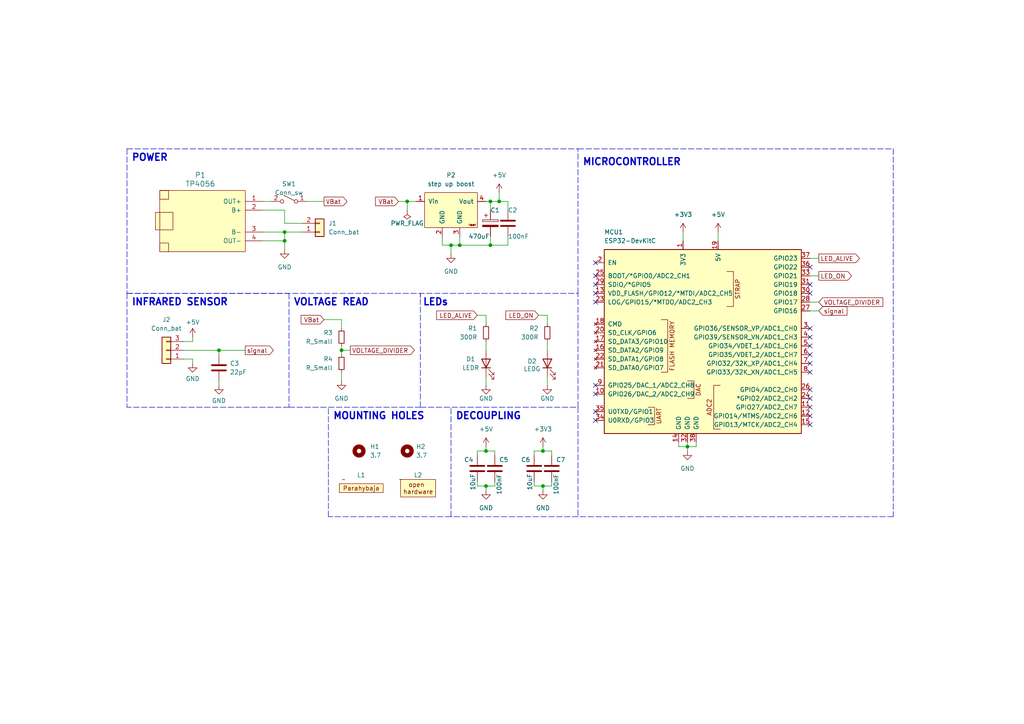
<source format=kicad_sch>
(kicad_sch (version 20230121) (generator eeschema)
  (paper "A4")
  (title_block (title "module") (date "2023-12-29") (rev "v2.2") (company "Parahybaja") (comment 1 "by Jefferson Lopes"))
  (lib_symbols
    (symbol "Connector_Generic:Conn_01x02" (pin_names (offset 1.016) hide)
      (property "Reference" "J" (at 0 2.54 0))
      (property "Value" "Conn_01x02" (at 0 -5.08 0))
      (symbol "Conn_01x02_1_1"
        (rectangle (start -1.27 -2.413) (end 0 -2.667) (stroke (width 0.1524)))
        (rectangle (start -1.27 0.127) (end 0 -0.127) (stroke (width 0.1524)))
        (rectangle (start -1.27 1.27) (end 1.27 -3.81) (stroke (width 0.254)) (fill (type background)))
        (pin passive line (at -5.08 0 0) (length 3.81) (name "Pin_1") (number "1"))
        (pin passive line (at -5.08 -2.54 0) (length 3.81) (name "Pin_2") (number "2"))
      )
    )
    (symbol "Connector_Generic:Conn_01x03" (pin_names (offset 1.016) hide)
      (property "Reference" "J" (at 0 5.08 0))
      (property "Value" "Conn_01x03" (at 0 -5.08 0))
      (symbol "Conn_01x03_1_1"
        (rectangle (start -1.27 -2.413) (end 0 -2.667) (stroke (width 0.1524)))
        (rectangle (start -1.27 0.127) (end 0 -0.127) (stroke (width 0.1524)))
        (rectangle (start -1.27 2.667) (end 0 2.413) (stroke (width 0.1524)))
        (rectangle (start -1.27 3.81) (end 1.27 -3.81) (stroke (width 0.254)) (fill (type background)))
        (pin passive line (at -5.08 2.54 0) (length 3.81) (name "Pin_1") (number "1"))
        (pin passive line (at -5.08 0 0) (length 3.81) (name "Pin_2") (number "2"))
        (pin passive line (at -5.08 -2.54 0) (length 3.81) (name "Pin_3") (number "3"))
      )
    )
    (symbol "Device:C" (pin_numbers hide) (pin_names (offset 0.254))
      (property "Reference" "C" (at 0.635 2.54 0))
      (property "Value" "C" (at 0.635 -2.54 0))
      (symbol "C_0_1"
        (polyline (pts (xy -2.032 -0.762) (xy 2.032 -0.762)) (stroke (width 0.508)))
        (polyline (pts (xy -2.032 0.762) (xy 2.032 0.762)) (stroke (width 0.508)))
      )
      (symbol "C_1_1"
        (pin passive line (at 0 3.81 270) (length 2.794) (name "~") (number "1"))
        (pin passive line (at 0 -3.81 90) (length 2.794) (name "~") (number "2"))
      )
    )
    (symbol "Device:C_Polarized" (pin_numbers hide) (pin_names (offset 0.254))
      (property "Reference" "C" (at 0.635 2.54 0))
      (property "Value" "C_Polarized" (at 0.635 -2.54 0))
      (symbol "C_Polarized_0_1"
        (rectangle (start -2.286 0.508) (end 2.286 1.016))
        (polyline (pts (xy -1.778 2.286) (xy -0.762 2.286)))
        (polyline (pts (xy -1.27 2.794) (xy -1.27 1.778)))
        (rectangle (start 2.286 -0.508) (end -2.286 -1.016) (fill (type outline)))
      )
      (symbol "C_Polarized_1_1"
        (pin passive line (at 0 3.81 270) (length 2.794) (name "~") (number "1"))
        (pin passive line (at 0 -3.81 90) (length 2.794) (name "~") (number "2"))
      )
    )
    (symbol "Device:LED" (pin_numbers hide) (pin_names (offset 1.016) hide)
      (property "Reference" "D" (at 0 2.54 0))
      (property "Value" "LED" (at 0 -2.54 0))
      (symbol "LED_0_1"
        (polyline (pts (xy -1.27 -1.27) (xy -1.27 1.27)) (stroke (width 0.254)))
        (polyline (pts (xy -1.27 0) (xy 1.27 0)))
        (polyline (pts (xy 1.27 -1.27) (xy 1.27 1.27) (xy -1.27 0) (xy 1.27 -1.27)) (stroke (width 0.254)))
        (polyline (pts (xy -3.048 -0.762) (xy -4.572 -2.286) (xy -3.81 -2.286) (xy -4.572 -2.286) (xy -4.572 -1.524)))
        (polyline (pts (xy -1.778 -0.762) (xy -3.302 -2.286) (xy -2.54 -2.286) (xy -3.302 -2.286) (xy -3.302 -1.524)))
      )
      (symbol "LED_1_1"
        (pin passive line (at -3.81 0 0) (length 2.54) (name "K") (number "1"))
        (pin passive line (at 3.81 0 180) (length 2.54) (name "A") (number "2"))
      )
    )
    (symbol "Device:R_Small" (pin_numbers hide) (pin_names (offset 0.254) hide)
      (property "Reference" "R" (at 0.762 0.508 0))
      (property "Value" "R_Small" (at 0.762 -1.016 0))
      (symbol "R_Small_0_1"
        (rectangle (start -0.762 1.778) (end 0.762 -1.778) (stroke (width 0.2032)))
      )
      (symbol "R_Small_1_1"
        (pin passive line (at 0 2.54 270) (length 0.762) (name "~") (number "1"))
        (pin passive line (at 0 -2.54 90) (length 0.762) (name "~") (number "2"))
      )
    )
    (symbol "Espressif:ESP32-DevKitC" (pin_names (offset 1.016))
      (property "Reference" "MCU" (at -27.94 30.48 0))
      (property "Value" "ESP32-DevKitC" (at -27.94 27.94 0))
      (symbol "ESP32-DevKitC_0_0"
        (text "ADC2" (at 2.54 -20.32 900) (effects (font (size 1.27 1.27))))
        (text "DAC" (at -0.635 -15.24 900) (effects (font (size 1.27 1.27))))
        (text "FLASH MEMORY" (at -8.255 -2.54 900) (effects (font (size 1.27 1.27))))
        (text "STRAP" (at 10.795 13.97 900) (effects (font (size 1.27 1.27))))
        (text "UART" (at -12.065 -22.86 900) (effects (font (size 1.27 1.27))))
        (pin power_in line (at -6.35 -30.48 90) (length 2.54) (name "GND") (number "14"))
        (pin power_in line (at 5.08 27.94 270) (length 2.54) (name "5V") (number "19"))
      )
      (symbol "ESP32-DevKitC_0_1"
        (rectangle (start -27.94 25.4) (end 29.21 -27.94) (stroke (width 0.254)) (fill (type background)))
        (polyline (pts (xy -15.24 -20.32) (xy -13.335 -20.32) (xy -13.335 -25.4) (xy -15.24 -25.4)))
        (polyline (pts (xy -11.43 5.08) (xy -9.525 5.08) (xy -9.525 -10.16) (xy -11.43 -10.16)))
        (polyline (pts (xy -3.81 -12.7) (xy -1.905 -12.7) (xy -1.905 -17.78) (xy -3.81 -17.78)))
        (polyline (pts (xy 5.715 -13.97) (xy 3.81 -13.97) (xy 3.81 -26.67) (xy 5.715 -26.67)))
        (polyline (pts (xy 7.62 19.05) (xy 9.525 19.05) (xy 9.525 8.89) (xy 7.62 8.89)))
      )
      (symbol "ESP32-DevKitC_1_1"
        (pin power_out line (at -5.08 27.94 270) (length 2.54) (name "3V3") (number "1"))
        (pin bidirectional line (at -30.48 -16.51 0) (length 2.54) (name "GPIO26/DAC_2/ADC2_CH9") (number "10"))
        (pin bidirectional line (at 31.75 -20.32 180) (length 2.54) (name "GPIO27/ADC2_CH7") (number "11"))
        (pin bidirectional line (at 31.75 -22.86 180) (length 2.54) (name "GPIO14/MTMS/ADC2_CH6") (number "12"))
        (pin bidirectional line (at -30.48 12.7 0) (length 2.54) (name "VDD_FLASH/GPIO12/*MTDI/ADC2_CH5") (number "13"))
        (pin bidirectional line (at 31.75 -25.4 180) (length 2.54) (name "GPIO13/MTCK/ADC2_CH4") (number "15"))
        (pin no_connect line (at -30.48 -3.81 0) (length 2.54) (name "SD_DATA2/GPIO9") (number "16"))
        (pin no_connect line (at -30.48 -1.27 0) (length 2.54) (name "SD_DATA3/GPIO10") (number "17"))
        (pin no_connect line (at -30.48 3.81 0) (length 2.54) (name "CMD") (number "18"))
        (pin input line (at -30.48 21.59 0) (length 2.54) (name "EN") (number "2"))
        (pin no_connect line (at -30.48 1.27 0) (length 2.54) (name "SD_CLK/GPIO6") (number "20"))
        (pin no_connect line (at -30.48 -8.89 0) (length 2.54) (name "SD_DATA0/GPIO7") (number "21"))
        (pin no_connect line (at -30.48 -6.35 0) (length 2.54) (name "SD_DATA1/GPIO8") (number "22"))
        (pin bidirectional line (at -30.48 10.16 0) (length 2.54) (name "LOG/GPIO15/*MTDO/ADC2_CH3") (number "23"))
        (pin bidirectional line (at 31.75 -17.78 180) (length 2.54) (name "*GPIO2/ADC2_CH2") (number "24"))
        (pin bidirectional line (at -30.48 17.78 0) (length 2.54) (name "BOOT/*GPIO0/ADC2_CH1") (number "25"))
        (pin bidirectional line (at 31.75 -15.24 180) (length 2.54) (name "GPIO4/ADC2_CH0") (number "26"))
        (pin bidirectional line (at 31.75 7.62 180) (length 2.54) (name "GPIO16") (number "27"))
        (pin bidirectional line (at 31.75 10.16 180) (length 2.54) (name "GPIO17") (number "28"))
        (pin bidirectional line (at -30.48 15.24 0) (length 2.54) (name "SDIO/*GPIO5") (number "29"))
        (pin input line (at 31.75 2.54 180) (length 2.54) (name "GPIO36/SENSOR_VP/ADC1_CH0") (number "3"))
        (pin bidirectional line (at 31.75 12.7 180) (length 2.54) (name "GPIO18") (number "30"))
        (pin bidirectional line (at 31.75 15.24 180) (length 2.54) (name "GPIO19") (number "31"))
        (pin power_in line (at -3.81 -30.48 90) (length 2.54) (name "GND") (number "32"))
        (pin bidirectional line (at 31.75 17.78 180) (length 2.54) (name "GPIO21") (number "33"))
        (pin bidirectional line (at -30.48 -24.13 0) (length 2.54) (name "U0RXD/GPIO3") (number "34"))
        (pin bidirectional line (at -30.48 -21.59 0) (length 2.54) (name "U0TXD/GPIO1") (number "35"))
        (pin bidirectional line (at 31.75 20.32 180) (length 2.54) (name "GPIO22") (number "36"))
        (pin bidirectional line (at 31.75 22.86 180) (length 2.54) (name "GPIO23") (number "37"))
        (pin power_in line (at -1.27 -30.48 90) (length 2.54) (name "GND") (number "38"))
        (pin input line (at 31.75 0 180) (length 2.54) (name "GPIO39/SENSOR_VN/ADC1_CH3") (number "4"))
        (pin input line (at 31.75 -2.54 180) (length 2.54) (name "GPIO34/VDET_1/ADC1_CH6") (number "5"))
        (pin input line (at 31.75 -5.08 180) (length 2.54) (name "GPIO35/VDET_2/ADC1_CH7") (number "6"))
        (pin bidirectional line (at 31.75 -7.62 180) (length 2.54) (name "GPIO32/32K_XP/ADC1_CH4") (number "7"))
        (pin bidirectional line (at 31.75 -10.16 180) (length 2.54) (name "GPIO33/32K_XN/ADC1_CH5") (number "8"))
        (pin bidirectional line (at -30.48 -13.97 0) (length 2.54) (name "GPIO25/DAC_1/ADC2_CH8") (number "9"))
      )
    )
    (symbol "GND_7" (power) (pin_names (offset 0))
      (property "Value" "GND_7" (at 0 -3.81 0))
      (symbol "GND_7_0_1"
        (polyline (pts (xy 0 0) (xy 0 -1.27) (xy 1.27 -1.27) (xy 0 -2.54) (xy -1.27 -1.27) (xy 0 -1.27)))
      )
      (symbol "GND_7_1_1"
        (pin power_in line (at 0 0 270) (length 0) hide (name "GND") (number "1"))
      )
    )
    (symbol "Logos:open-hardware"
      (property "Reference" "L" (at 0 0 0))
      (symbol "open-hardware_1_1"
        (rectangle (start 0 0) (end 10.16 -5.08) (fill (type background)))
        (text "open \nhardware" (at 5.08 -2.54 0) (effects (font (size 1.27 1.27))))
      )
    )
    (symbol "Logos:parahybaja"
      (property "Reference" "L" (at 0 0 0))
      (symbol "parahybaja_1_1"
        (rectangle (start -1.27 -1.27) (end 11.43 -3.81) (fill (type background)))
        (text "Parahybaja" (at 5.08 -2.54 0) (effects (font (size 1.27 1.27))))
      )
    )
    (symbol "Mechanical:MountingHole" (pin_names (offset 1.016))
      (property "Reference" "H" (at 0 5.08 0))
      (property "Value" "MountingHole" (at 0 3.175 0))
      (symbol "MountingHole_0_1"
        (circle (center 0 0) (radius 1.27) (stroke (width 1.27)))
      )
    )
    (symbol "StepDown_LM2596:YAAJ_DCDC_StepDown_LM2596" (pin_names (offset 1.016))
      (property "Reference" "U" (at -5.08 6.35 0))
      (property "Value" "YAAJ_DCDC_StepDown_LM2596" (at 0 11.43 0))
      (symbol "YAAJ_DCDC_StepDown_LM2596_0_1"
        (rectangle (start -7.62 5.08) (end 7.62 -5.08) (fill (type background)))
      )
      (symbol "YAAJ_DCDC_StepDown_LM2596_1_1"
        (text "Y@@V" (at 6.1976 -4.2672 0) (effects (font (size 0.508 0.508))))
        (pin power_in line (at -10.16 2.54 0) (length 2.54) (name "Vin") (number "1"))
        (pin power_in line (at -2.54 -7.62 90) (length 2.54) (name "GND") (number "2"))
        (pin power_in line (at 2.54 -7.62 90) (length 2.54) (name "GND") (number "3"))
        (pin power_out line (at 10.16 2.54 180) (length 2.54) (name "Vout") (number "4"))
      )
    )
    (symbol "Switch:SW_SPST" (pin_names (offset 0) hide)
      (property "Reference" "SW" (at 0 3.175 0))
      (property "Value" "SW_SPST" (at 0 -2.54 0))
      (symbol "SW_SPST_0_0"
        (circle (center -2.032 0) (radius 0.508))
        (polyline (pts (xy -1.524 0.254) (xy 1.524 1.778)))
        (circle (center 2.032 0) (radius 0.508))
      )
      (symbol "SW_SPST_1_1"
        (pin passive line (at -5.08 0 0) (length 2.54) (name "A") (number "1"))
        (pin passive line (at 5.08 0 180) (length 2.54) (name "B") (number "2"))
      )
    )
    (symbol "TP4056:TP4056" (pin_names (offset 1.016))
      (property "Reference" "P" (at -1.27 -7.62 0))
      (property "Value" "TP4056" (at -1.27 -3.81 0))
      (symbol "TP4056_0_1"
        (rectangle (start -13.335 3.175) (end 11.43 -14.605) (fill (type background)))
        (rectangle (start -10.795 -12.065) (end -13.335 -14.605))
        (rectangle (start -10.795 3.175) (end -13.335 0.635))
        (rectangle (start -9.525 -3.175) (end -14.605 -8.255) (fill (type background)))
      )
      (symbol "TP4056_1_1"
        (pin power_out line (at 16.51 0 180) (length 5.08) (name "OUT+") (number "1"))
        (pin bidirectional line (at 16.51 -2.54 180) (length 5.08) (name "B+") (number "2"))
        (pin bidirectional line (at 16.51 -8.89 180) (length 5.08) (name "B-") (number "3"))
        (pin power_out line (at 16.51 -11.43 180) (length 5.08) (name "OUT-") (number "4"))
      )
    )
    (symbol "power:+3V3" (power) (pin_names (offset 0))
      (property "Value" "+3V3" (at 0 3.556 0))
      (symbol "+3V3_0_1"
        (polyline (pts (xy -0.762 1.27) (xy 0 2.54)))
        (polyline (pts (xy 0 0) (xy 0 2.54)))
        (polyline (pts (xy 0 2.54) (xy 0.762 1.27)))
      )
      (symbol "+3V3_1_1"
        (pin power_in line (at 0 0 90) (length 0) hide (name "+3V3") (number "1"))
      )
    )
    (symbol "power:+5V" (power) (pin_names (offset 0))
      (property "Value" "+5V" (at 0 3.556 0))
      (symbol "+5V_0_1"
        (polyline (pts (xy -0.762 1.27) (xy 0 2.54)))
        (polyline (pts (xy 0 0) (xy 0 2.54)))
        (polyline (pts (xy 0 2.54) (xy 0.762 1.27)))
      )
      (symbol "+5V_1_1"
        (pin power_in line (at 0 0 90) (length 0) hide (name "+5V") (number "1"))
      )
    )
    (symbol "power:GND" (power) (pin_names (offset 0))
      (property "Value" "GND" (at 0 -3.81 0))
      (symbol "GND_0_1"
        (polyline (pts (xy 0 0) (xy 0 -1.27) (xy 1.27 -1.27) (xy 0 -2.54) (xy -1.27 -1.27) (xy 0 -1.27)))
      )
      (symbol "GND_1_1"
        (pin power_in line (at 0 0 270) (length 0) hide (name "GND") (number "1"))
      )
    )
    (symbol "power:PWR_FLAG" (power) (pin_numbers hide) (pin_names (offset 0) hide)
      (property "Value" "PWR_FLAG" (at 0 3.81 0))
      (symbol "PWR_FLAG_0_0"
        (pin power_out line (at 0 0 90) (length 0) (name "pwr") (number "1"))
      )
      (symbol "PWR_FLAG_0_1"
        (polyline (pts (xy 0 0) (xy 0 1.27) (xy -1.016 1.905) (xy 0 2.54) (xy 1.016 1.905) (xy 0 1.27)))
      )
    )
  )
  (junction (at 142.24 58.42))
  (junction (at 118.11 58.42))
  (junction (at 63.5 101.6))
  (junction (at 82.55 67.31))
  (junction (at 140.97 140.97))
  (junction (at 130.81 71.12))
  (junction (at 157.48 130.81))
  (junction (at 140.97 130.81))
  (junction (at 144.78 58.42))
  (junction (at 133.35 71.12))
  (junction (at 82.55 69.85))
  (junction (at 199.39 129.54))
  (junction (at 99.06 101.6))
  (junction (at 157.48 140.97))
  (junction (at 142.24 71.12))
  (no_connect (at 234.95 118.11))
  (no_connect (at 234.95 77.47))
  (no_connect (at 172.72 119.38))
  (no_connect (at 172.72 121.92))
  (no_connect (at 172.72 85.09))
  (no_connect (at 234.95 82.55))
  (no_connect (at 234.95 115.57))
  (no_connect (at 234.95 120.65))
  (no_connect (at 172.72 80.01))
  (no_connect (at 234.95 105.41))
  (no_connect (at 234.95 95.25))
  (no_connect (at 234.95 97.79))
  (no_connect (at 172.72 87.63))
  (no_connect (at 234.95 100.33))
  (no_connect (at 234.95 102.87))
  (no_connect (at 172.72 114.3))
  (no_connect (at 172.72 76.2))
  (no_connect (at 234.95 85.09))
  (no_connect (at 172.72 82.55))
  (no_connect (at 234.95 107.95))
  (no_connect (at 172.72 111.76))
  (no_connect (at 234.95 113.03))
  (no_connect (at 234.95 123.19))
  (polyline (pts (xy 36.83 85.09) (xy 36.83 118.11)) (stroke (width 0) (type dash)))
  (wire (pts (xy 130.81 71.12) (xy 130.81 73.66)))
  (wire (pts (xy 118.11 58.42) (xy 120.65 58.42)))
  (wire (pts (xy 130.81 71.12) (xy 133.35 71.12)))
  (wire (pts (xy 128.27 71.12) (xy 130.81 71.12)))
  (wire (pts (xy 140.97 130.81) (xy 140.97 129.54)))
  (wire (pts (xy 154.94 130.81) (xy 157.48 130.81)))
  (wire (pts (xy 55.88 104.14) (xy 53.34 104.14)))
  (wire (pts (xy 201.93 129.54) (xy 201.93 128.27)))
  (polyline (pts (xy 36.83 85.09) (xy 167.64 85.09)) (stroke (width 0) (type dash)))
  (wire (pts (xy 147.32 71.12) (xy 142.24 71.12)))
  (polyline (pts (xy 36.83 85.09) (xy 83.82 85.09)) (stroke (width 0) (type dash)))
  (wire (pts (xy 55.88 99.06) (xy 53.34 99.06)))
  (polyline (pts (xy 83.82 85.09) (xy 83.82 118.11)) (stroke (width 0) (type dash)))
  (wire (pts (xy 154.94 140.97) (xy 154.94 139.7)))
  (wire (pts (xy 82.55 67.31) (xy 87.63 67.31)))
  (wire (pts (xy 196.85 129.54) (xy 199.39 129.54)))
  (polyline (pts (xy 167.64 149.86) (xy 130.81 149.86)) (stroke (width 0) (type dash)))
  (wire (pts (xy 158.75 91.44) (xy 158.75 93.98)))
  (wire (pts (xy 88.9 58.42) (xy 93.98 58.42)))
  (wire (pts (xy 128.27 71.12) (xy 128.27 68.58)))
  (wire (pts (xy 99.06 101.6) (xy 99.06 102.87)))
  (wire (pts (xy 140.97 130.81) (xy 143.51 130.81)))
  (wire (pts (xy 138.43 130.81) (xy 140.97 130.81)))
  (wire (pts (xy 198.12 67.31) (xy 198.12 69.85)))
  (wire (pts (xy 93.98 92.71) (xy 99.06 92.71)))
  (polyline (pts (xy 167.64 43.18) (xy 259.08 43.18)) (stroke (width 0) (type dash)))
  (wire (pts (xy 63.5 101.6) (xy 71.12 101.6)))
  (wire (pts (xy 99.06 107.95) (xy 99.06 110.49)))
  (wire (pts (xy 234.95 90.17) (xy 237.49 90.17)))
  (wire (pts (xy 158.75 101.6) (xy 158.75 99.06)))
  (wire (pts (xy 82.55 60.96) (xy 76.2 60.96)))
  (wire (pts (xy 142.24 68.58) (xy 142.24 71.12)))
  (wire (pts (xy 199.39 129.54) (xy 199.39 128.27)))
  (wire (pts (xy 142.24 58.42) (xy 142.24 60.96)))
  (wire (pts (xy 147.32 60.96) (xy 147.32 58.42)))
  (polyline (pts (xy 95.25 149.86) (xy 95.25 118.11)) (stroke (width 0) (type dash)))
  (polyline (pts (xy 259.08 43.18) (xy 259.08 149.86)) (stroke (width 0) (type dash)))
  (wire (pts (xy 140.97 140.97) (xy 138.43 140.97)))
  (wire (pts (xy 157.48 140.97) (xy 154.94 140.97)))
  (wire (pts (xy 63.5 110.49) (xy 63.5 111.76)))
  (polyline (pts (xy 259.08 149.86) (xy 167.64 149.86)) (stroke (width 0) (type dash)))
  (wire (pts (xy 138.43 140.97) (xy 138.43 139.7)))
  (wire (pts (xy 55.88 105.41) (xy 55.88 104.14)))
  (wire (pts (xy 99.06 101.6) (xy 101.6 101.6)))
  (wire (pts (xy 156.21 91.44) (xy 158.75 91.44)))
  (wire (pts (xy 147.32 58.42) (xy 144.78 58.42)))
  (wire (pts (xy 140.97 142.24) (xy 140.97 140.97)))
  (wire (pts (xy 196.85 128.27) (xy 196.85 129.54)))
  (wire (pts (xy 55.88 97.79) (xy 55.88 99.06)))
  (wire (pts (xy 234.95 74.93) (xy 237.49 74.93)))
  (polyline (pts (xy 83.82 118.11) (xy 121.92 118.11)) (stroke (width 0) (type dash)))
  (wire (pts (xy 140.97 140.97) (xy 143.51 140.97)))
  (wire (pts (xy 76.2 69.85) (xy 82.55 69.85)))
  (wire (pts (xy 157.48 130.81) (xy 157.48 129.54)))
  (wire (pts (xy 199.39 129.54) (xy 199.39 130.81)))
  (polyline (pts (xy 121.92 85.09) (xy 121.92 86.36)) (stroke (width 0) (type dash)))
  (wire (pts (xy 82.55 64.77) (xy 87.63 64.77)))
  (wire (pts (xy 234.95 80.01) (xy 237.49 80.01)))
  (polyline (pts (xy 167.64 118.11) (xy 167.64 85.09)) (stroke (width 0) (type dash)))
  (wire (pts (xy 82.55 69.85) (xy 82.55 72.39)))
  (wire (pts (xy 160.02 140.97) (xy 160.02 139.7)))
  (wire (pts (xy 63.5 102.87) (xy 63.5 101.6)))
  (wire (pts (xy 138.43 91.44) (xy 140.97 91.44)))
  (wire (pts (xy 157.48 130.81) (xy 160.02 130.81)))
  (wire (pts (xy 157.48 142.24) (xy 157.48 140.97)))
  (polyline (pts (xy 121.92 118.11) (xy 121.92 85.09)) (stroke (width 0) (type dash)))
  (wire (pts (xy 144.78 58.42) (xy 142.24 58.42)))
  (wire (pts (xy 160.02 130.81) (xy 160.02 132.08)))
  (wire (pts (xy 133.35 71.12) (xy 142.24 71.12)))
  (wire (pts (xy 234.95 87.63) (xy 237.49 87.63)))
  (wire (pts (xy 158.75 109.22) (xy 158.75 111.76)))
  (wire (pts (xy 147.32 68.58) (xy 147.32 71.12)))
  (polyline (pts (xy 36.83 43.18) (xy 36.83 85.09)) (stroke (width 0) (type dash)))
  (polyline (pts (xy 167.64 118.11) (xy 167.64 149.86)) (stroke (width 0) (type dash)))
  (polyline (pts (xy 130.81 149.86) (xy 95.25 149.86)) (stroke (width 0) (type dash)))
  (wire (pts (xy 99.06 92.71) (xy 99.06 95.25)))
  (wire (pts (xy 144.78 55.88) (xy 144.78 58.42)))
  (wire (pts (xy 76.2 67.31) (xy 82.55 67.31)))
  (wire (pts (xy 118.11 60.96) (xy 118.11 58.42)))
  (wire (pts (xy 133.35 71.12) (xy 133.35 68.58)))
  (wire (pts (xy 154.94 132.08) (xy 154.94 130.81)))
  (wire (pts (xy 140.97 91.44) (xy 140.97 93.98)))
  (wire (pts (xy 208.28 67.31) (xy 208.28 69.85)))
  (wire (pts (xy 82.55 67.31) (xy 82.55 69.85)))
  (wire (pts (xy 82.55 64.77) (xy 82.55 60.96)))
  (wire (pts (xy 143.51 140.97) (xy 143.51 139.7)))
  (wire (pts (xy 76.2 58.42) (xy 78.74 58.42)))
  (wire (pts (xy 138.43 132.08) (xy 138.43 130.81)))
  (wire (pts (xy 115.57 58.42) (xy 118.11 58.42)))
  (wire (pts (xy 99.06 100.33) (xy 99.06 101.6)))
  (wire (pts (xy 140.97 58.42) (xy 142.24 58.42)))
  (wire (pts (xy 143.51 130.81) (xy 143.51 132.08)))
  (wire (pts (xy 140.97 109.22) (xy 140.97 111.76)))
  (polyline (pts (xy 121.92 118.11) (xy 167.64 118.11)) (stroke (width 0) (type dash)))
  (polyline (pts (xy 167.64 85.09) (xy 167.64 43.18)) (stroke (width 0) (type dash)))
  (wire (pts (xy 199.39 129.54) (xy 201.93 129.54)))
  (wire (pts (xy 63.5 101.6) (xy 53.34 101.6)))
  (polyline (pts (xy 83.82 118.11) (xy 36.83 118.11)) (stroke (width 0) (type dash)))
  (wire (pts (xy 157.48 140.97) (xy 160.02 140.97)))
  (polyline (pts (xy 36.83 43.18) (xy 167.64 43.18)) (stroke (width 0) (type dash)))
  (polyline (pts (xy 130.81 149.86) (xy 130.81 118.11)) (stroke (width 0) (type dash)))
  (wire (pts (xy 140.97 101.6) (xy 140.97 99.06)))
  (text "INFRARED SENSOR" (at 38.1 88.9 0) (effects (font (size 2 2) (thickness 0.4) bold) (justify left bottom)))
  (text "VOLTAGE READ" (at 85.09 88.9 0) (effects (font (size 2 2) (thickness 0.4) bold) (justify left bottom)))
  (text "POWER" (at 38.1 46.99 0) (effects (font (size 2 2) (thickness 0.4) bold) (justify left bottom)))
  (text "MOUNTING HOLES" (at 96.52 121.92 0) (effects (font (size 2 2) (thickness 0.4) bold) (justify left bottom)))
  (text "LEDs" (at 122.555 88.9 0) (effects (font (size 2 2) (thickness 0.4) bold) (justify left bottom)))
  (text "MICROCONTROLLER" (at 168.91 48.26 0) (effects (font (size 2 2) (thickness 0.4) bold) (justify left bottom)))
  (text "DECOUPLING" (at 132.08 121.92 0) (effects (font (size 2 2) (thickness 0.4) bold) (justify left bottom)))
  (global_label "signal" (shape input) (at 237.49 90.17 0) (property "Intersheetrefs" "${INTERSHEET_REFS}" (effects hide)))
  (global_label "VBat" (shape input) (at 93.98 92.71 180) (property "Intersheetrefs" "${INTERSHEET_REFS}" (effects hide)))
  (global_label "VBat" (shape input) (at 115.57 58.42 180) (property "Intersheetrefs" "${INTERSHEET_REFS}" (effects hide)))
  (global_label "VBat" (shape output) (at 93.98 58.42 0) (property "Intersheetrefs" "${INTERSHEET_REFS}" (effects hide)))
  (global_label "VOLTAGE_DIVIDER" (shape input) (at 237.49 87.63 0) (property "Intersheetrefs" "${INTERSHEET_REFS}" (effects hide)))
  (global_label "LED_ON" (shape input) (at 156.21 91.44 180) (property "Intersheetrefs" "${INTERSHEET_REFS}" (effects hide)))
  (global_label "signal" (shape output) (at 71.12 101.6 0) (property "Intersheetrefs" "${INTERSHEET_REFS}" (effects hide)))
  (global_label "LED_ON" (shape output) (at 237.49 80.01 0) (property "Intersheetrefs" "${INTERSHEET_REFS}" (effects hide)))
  (global_label "LED_ALIVE" (shape output) (at 237.49 74.93 0) (property "Intersheetrefs" "${INTERSHEET_REFS}" (effects hide)))
  (global_label "VOLTAGE_DIVIDER" (shape output) (at 101.6 101.6 0) (property "Intersheetrefs" "${INTERSHEET_REFS}" (effects hide)))
  (global_label "LED_ALIVE" (shape input) (at 138.43 91.44 180) (property "Intersheetrefs" "${INTERSHEET_REFS}" (effects hide)))
  (symbol (lib_id "Device:LED") (at 158.75 105.41 90) (unit 1)
    (property "Reference" "D2" (at 154.305 104.775 90))
    (property "Value" "LEDG" (at 154.305 106.9975 90))
    (property "Footprint" "LED_THT:LED_D3.0mm" (effects hide))
  )
  (symbol (lib_id "power:GND") (at 63.5 111.76 0) (unit 1)
    (property "Reference" "#PWR09" (effects hide))
    (property "Value" "GND" (at 63.5 116.205 0))
  )
  (symbol (lib_name "GND_7") (lib_id "power:GND") (at 157.48 142.24 0) (unit 1)
    (property "Reference" "#PWR016" (effects hide))
    (property "Value" "GND" (at 157.48 147.32 0))
  )
  (symbol (lib_id "power:+5V") (at 208.28 67.31 0) (unit 1)
    (property "Reference" "#PWR03" (effects hide))
    (property "Value" "+5V" (at 208.28 62.23 0))
  )
  (symbol (lib_id "Device:C") (at 143.51 135.89 0) (unit 1)
    (property "Reference" "C5" (at 144.78 133.35 0) (effects (justify left)))
    (property "Value" "100nF" (at 144.78 143.51 90) (effects (justify left)))
    (property "Footprint" "Capacitor_THT:C_Disc_D5.0mm_W2.5mm_P5.00mm" (effects hide))
  )
  (symbol (lib_id "power:GND") (at 55.88 105.41 0) (mirror y) (unit 1)
    (property "Reference" "#PWR07" (effects hide))
    (property "Value" "GND" (at 55.88 109.855 0))
  )
  (symbol (lib_id "Device:C") (at 63.5 106.68 0) (unit 1)
    (property "Reference" "C3" (at 66.675 105.41 0) (effects (justify left)))
    (property "Value" "22pF" (at 66.675 107.95 0) (effects (justify left)))
    (property "Footprint" "Capacitor_THT:C_Disc_D5.0mm_W2.5mm_P5.00mm" (effects hide))
  )
  (symbol (lib_id "StepDown_LM2596:YAAJ_DCDC_StepDown_LM2596") (at 130.81 60.96 0) (unit 1)
    (property "Reference" "P2" (at 130.81 50.8 0))
    (property "Value" "step up boost" (at 130.81 53.34 0))
    (property "Footprint" "StepDown:StepDown_LM2596" (effects hide))
  )
  (symbol (lib_id "Switch:SW_SPST") (at 83.82 58.42 0) (mirror y) (unit 1)
    (property "Reference" "SW1" (at 83.82 53.34 0))
    (property "Value" "Conn_sw" (at 83.82 55.88 0))
    (property "Footprint" "Connector_JST:JST_XH_B2B-XH-A_1x02_P2.50mm_Vertical" (effects hide))
  )
  (symbol (lib_id "Device:C") (at 138.43 135.89 0) (unit 1)
    (property "Reference" "C4" (at 134.62 133.35 0) (effects (justify left)))
    (property "Value" "10uF" (at 137.16 142.24 90) (effects (justify left)))
    (property "Footprint" "Capacitor_THT:C_Disc_D5.0mm_W2.5mm_P5.00mm" (effects hide))
  )
  (symbol (lib_id "power:+5V") (at 55.88 97.79 0) (unit 1)
    (property "Reference" "#PWR06" (effects hide))
    (property "Value" "+5V" (at 55.88 93.472 0))
  )
  (symbol (lib_id "power:GND") (at 82.55 72.39 0) (unit 1)
    (property "Reference" "#PWR04" (effects hide))
    (property "Value" "GND" (at 82.55 77.47 0))
  )
  (symbol (lib_id "power:GND") (at 158.75 111.76 0) (unit 1)
    (property "Reference" "#PWR011" (effects hide))
    (property "Value" "GND" (at 158.75 115.57 0))
  )
  (symbol (lib_id "power:GND") (at 199.39 130.81 0) (unit 1)
    (property "Reference" "#PWR014" (effects hide))
    (property "Value" "GND" (at 199.39 135.89 0))
  )
  (symbol (lib_id "Device:LED") (at 140.97 105.41 90) (unit 1)
    (property "Reference" "D1" (at 136.525 104.14 90))
    (property "Value" "LEDR" (at 136.525 106.68 90))
    (property "Footprint" "LED_THT:LED_D3.0mm" (effects hide))
  )
  (symbol (lib_id "power:+5V") (at 140.97 129.54 0) (unit 1)
    (property "Reference" "#PWR012" (effects hide))
    (property "Value" "+5V" (at 140.97 124.46 0))
  )
  (symbol (lib_id "Connector_Generic:Conn_01x02") (at 92.71 67.31 0) (mirror x) (unit 1)
    (property "Reference" "J1" (at 95.25 64.77 0) (effects (justify left)))
    (property "Value" "Conn_bat" (at 95.25 67.31 0) (effects (justify left)))
    (property "Footprint" "Connector_JST:JST_XH_B2B-XH-A_1x02_P2.50mm_Vertical" (effects hide))
  )
  (symbol (lib_id "Logos:parahybaja") (at 99.695 139.065 0) (unit 1)
    (property "Reference" "L1" (at 104.775 137.795 0))
    (property "Value" "~" (at 99.695 139.065 0))
    (property "Footprint" "Logos:parahybaja" (effects hide))
  )
  (symbol (lib_id "power:PWR_FLAG") (at 118.11 60.96 180) (unit 1)
    (property "Reference" "#FLG01" (effects hide))
    (property "Value" "PWR_FLAG" (at 118.11 64.77 0))
  )
  (symbol (lib_id "power:+3V3") (at 198.12 67.31 0) (unit 1)
    (property "Reference" "#PWR02" (effects hide))
    (property "Value" "+3V3" (at 198.12 62.23 0))
  )
  (symbol (lib_id "Logos:open-hardware") (at 116.205 139.065 0) (unit 1)
    (property "Reference" "L2" (at 120.015 137.795 0) (effects (justify left)))
    (property "Value" "~" (at 116.205 139.065 0))
    (property "Footprint" "Logos:open_hardware" (effects hide))
  )
  (symbol (lib_id "Device:R_Small") (at 158.75 96.52 0) (mirror y) (unit 1)
    (property "Reference" "R2" (at 156.21 95.25 0) (effects (justify left)))
    (property "Value" "300R" (at 156.21 97.79 0) (effects (justify left)))
    (property "Footprint" "Resistor_THT:R_Axial_DIN0207_L6.3mm_D2.5mm_P10.16mm_Horizontal" (effects hide))
  )
  (symbol (lib_id "TP4056:TP4056") (at 59.69 58.42 0) (unit 1)
    (property "Reference" "P1" (at 58.1025 50.8 0) (effects (font (size 1.524 1.524))))
    (property "Value" "TP4056" (at 58.1025 53.34 0) (effects (font (size 1.524 1.524))))
    (property "Footprint" "Battery_charger:TP4056" (effects hide))
  )
  (symbol (lib_id "Device:C") (at 147.32 64.77 0) (unit 1)
    (property "Reference" "C2" (at 147.32 60.96 0) (effects (justify left)))
    (property "Value" "100nF" (at 147.32 68.58 0) (effects (justify left)))
    (property "Footprint" "Capacitor_THT:C_Disc_D5.0mm_W2.5mm_P5.00mm" (effects hide))
  )
  (symbol (lib_id "Mechanical:MountingHole") (at 118.11 130.81 0) (unit 1)
    (property "Reference" "H2" (at 120.65 129.54 0) (effects (justify left)))
    (property "Value" "3.7" (at 120.65 132.08 0) (effects (justify left)))
    (property "Footprint" "MountingHole:MountingHole_3.7mm" (effects hide))
  )
  (symbol (lib_id "power:GND") (at 140.97 111.76 0) (unit 1)
    (property "Reference" "#PWR010" (effects hide))
    (property "Value" "GND" (at 140.97 115.57 0))
  )
  (symbol (lib_id "Device:C") (at 154.94 135.89 0) (unit 1)
    (property "Reference" "C6" (at 151.13 133.35 0) (effects (justify left)))
    (property "Value" "10uF" (at 153.67 142.24 90) (effects (justify left)))
    (property "Footprint" "Capacitor_THT:C_Disc_D5.0mm_W2.5mm_P5.00mm" (effects hide))
  )
  (symbol (lib_id "Device:R_Small") (at 99.06 97.79 0) (mirror y) (unit 1)
    (property "Reference" "R3" (at 96.52 96.52 0) (effects (justify left)))
    (property "Value" "R_Small" (at 96.52 99.06 0) (effects (justify left)))
    (property "Footprint" "Resistor_THT:R_Axial_DIN0207_L6.3mm_D2.5mm_P10.16mm_Horizontal" (effects hide))
  )
  (symbol (lib_id "Device:C") (at 160.02 135.89 0) (unit 1)
    (property "Reference" "C7" (at 161.29 133.35 0) (effects (justify left)))
    (property "Value" "100nF" (at 161.29 143.51 90) (effects (justify left)))
    (property "Footprint" "Capacitor_THT:C_Disc_D5.0mm_W2.5mm_P5.00mm" (effects hide))
  )
  (symbol (lib_id "power:GND") (at 99.06 110.49 0) (unit 1)
    (property "Reference" "#PWR08" (effects hide))
    (property "Value" "GND" (at 99.06 115.57 0))
  )
  (symbol (lib_id "Device:C_Polarized") (at 142.24 64.77 0) (unit 1)
    (property "Reference" "C1" (at 142.24 60.96 0) (effects (justify left)))
    (property "Value" "470uF" (at 135.89 68.58 0) (effects (justify left)))
    (property "Footprint" "Capacitor_THT:CP_Radial_D6.3mm_P2.50mm" (effects hide))
  )
  (symbol (lib_id "Device:R_Small") (at 140.97 96.52 0) (mirror y) (unit 1)
    (property "Reference" "R1" (at 138.43 95.25 0) (effects (justify left)))
    (property "Value" "300R" (at 138.43 97.79 0) (effects (justify left)))
    (property "Footprint" "Resistor_THT:R_Axial_DIN0207_L6.3mm_D2.5mm_P10.16mm_Horizontal" (effects hide))
  )
  (symbol (lib_name "GND_7") (lib_id "power:GND") (at 140.97 142.24 0) (unit 1)
    (property "Reference" "#PWR015" (effects hide))
    (property "Value" "GND" (at 140.97 147.32 0))
  )
  (symbol (lib_id "Device:R_Small") (at 99.06 105.41 0) (mirror y) (unit 1)
    (property "Reference" "R4" (at 96.52 104.14 0) (effects (justify left)))
    (property "Value" "R_Small" (at 96.52 106.68 0) (effects (justify left)))
    (property "Footprint" "Resistor_THT:R_Axial_DIN0207_L6.3mm_D2.5mm_P10.16mm_Horizontal" (effects hide))
  )
  (symbol (lib_id "Mechanical:MountingHole") (at 104.14 130.81 0) (unit 1)
    (property "Reference" "H1" (at 107.315 129.54 0) (effects (justify left)))
    (property "Value" "3.7" (at 107.315 132.08 0) (effects (justify left)))
    (property "Footprint" "MountingHole:MountingHole_3.7mm" (effects hide))
  )
  (symbol (lib_id "power:+3V3") (at 157.48 129.54 0) (unit 1)
    (property "Reference" "#PWR013" (effects hide))
    (property "Value" "+3V3" (at 157.48 124.46 0))
  )
  (symbol (lib_id "power:GND") (at 130.81 73.66 0) (unit 1)
    (property "Reference" "#PWR05" (effects hide))
    (property "Value" "GND" (at 130.81 78.74 0))
  )
  (symbol (lib_id "Connector_Generic:Conn_01x03") (at 48.26 101.6 180) (unit 1)
    (property "Reference" "J2" (at 48.26 92.71 0))
    (property "Value" "Conn_bat" (at 48.26 95.25 0))
    (property "Footprint" "Connector_JST:JST_XH_B3B-XH-A_1x03_P2.50mm_Vertical" (effects hide))
  )
  (symbol (lib_id "Espressif:ESP32-DevKitC") (at 203.2 97.79 0) (unit 1)
    (property "Reference" "MCU1" (at 175.26 67.31 0) (effects (justify left)))
    (property "Value" "ESP32-DevKitC" (at 175.26 69.85 0) (effects (justify left)))
    (property "Footprint" "Espressif:ESP32-DevKitC" (effects hide))
    (property "Datasheet" "https://docs.espressif.com/projects/esp-idf/zh_CN/latest/esp32/hw-reference/esp32/get-started-devkitc.html" (effects hide))
  )
  (symbol (lib_id "power:+5V") (at 144.78 55.88 0) (unit 1)
    (property "Reference" "#PWR01" (effects hide))
    (property "Value" "+5V" (at 144.78 50.8 0))
  )
)
</source>
